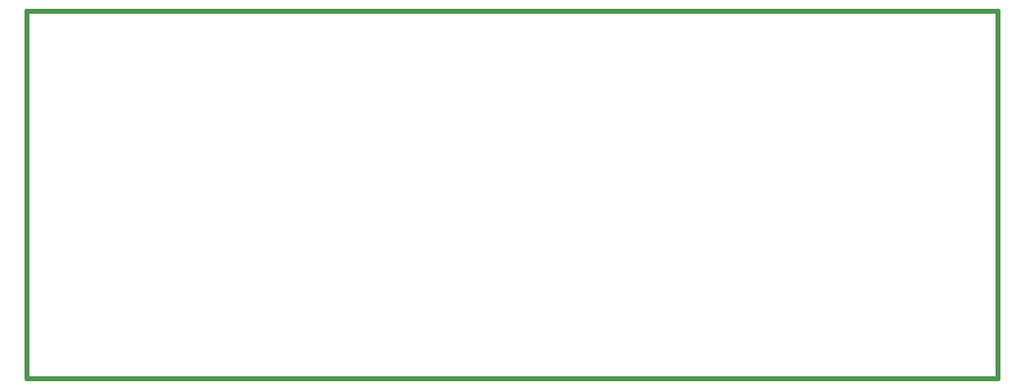
<source format=gbr>
G04 #@! TF.GenerationSoftware,KiCad,Pcbnew,6.99.0-a9ca49a600~144~ubuntu20.04.1*
G04 #@! TF.CreationDate,2022-03-01T02:01:25-05:00*
G04 #@! TF.ProjectId,pa-jtag,70612d6a-7461-4672-9e6b-696361645f70,rev?*
G04 #@! TF.SameCoordinates,Original*
G04 #@! TF.FileFunction,Profile,NP*
%FSLAX46Y46*%
G04 Gerber Fmt 4.6, Leading zero omitted, Abs format (unit mm)*
G04 Created by KiCad (PCBNEW 6.99.0-a9ca49a600~144~ubuntu20.04.1) date 2022-03-01 02:01:25*
%MOMM*%
%LPD*%
G01*
G04 APERTURE LIST*
G04 #@! TA.AperFunction,Profile*
%ADD10C,0.381000*%
G04 #@! TD*
G04 APERTURE END LIST*
D10*
X119162540Y-66350000D02*
X202982540Y-66350000D01*
X119162540Y-98100000D02*
X119162540Y-66350000D01*
X202982540Y-98100000D02*
X119162540Y-98100000D01*
X202982540Y-66350000D02*
X202982540Y-98100000D01*
M02*

</source>
